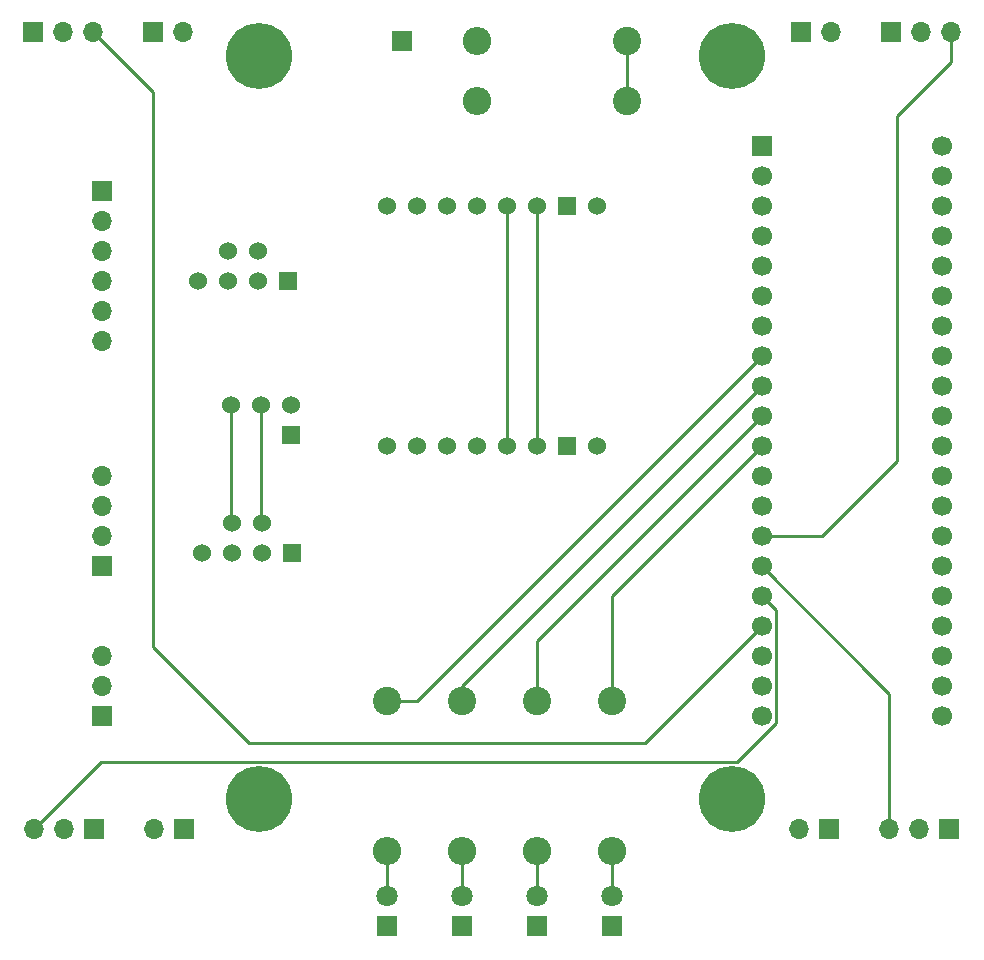
<source format=gbr>
%TF.GenerationSoftware,KiCad,Pcbnew,(5.1.10)-1*%
%TF.CreationDate,2021-12-09T15:29:56+01:00*%
%TF.ProjectId,flight controller,666c6967-6874-4206-936f-6e74726f6c6c,rev?*%
%TF.SameCoordinates,Original*%
%TF.FileFunction,Copper,L1,Top*%
%TF.FilePolarity,Positive*%
%FSLAX46Y46*%
G04 Gerber Fmt 4.6, Leading zero omitted, Abs format (unit mm)*
G04 Created by KiCad (PCBNEW (5.1.10)-1) date 2021-12-09 15:29:56*
%MOMM*%
%LPD*%
G01*
G04 APERTURE LIST*
%TA.AperFunction,ComponentPad*%
%ADD10C,1.524000*%
%TD*%
%TA.AperFunction,ComponentPad*%
%ADD11R,1.524000X1.524000*%
%TD*%
%TA.AperFunction,ComponentPad*%
%ADD12C,5.600000*%
%TD*%
%TA.AperFunction,ComponentPad*%
%ADD13C,1.800000*%
%TD*%
%TA.AperFunction,ComponentPad*%
%ADD14R,1.800000X1.800000*%
%TD*%
%TA.AperFunction,ComponentPad*%
%ADD15O,1.700000X1.700000*%
%TD*%
%TA.AperFunction,ComponentPad*%
%ADD16R,1.700000X1.700000*%
%TD*%
%TA.AperFunction,ComponentPad*%
%ADD17O,2.400000X2.400000*%
%TD*%
%TA.AperFunction,ComponentPad*%
%ADD18C,2.400000*%
%TD*%
%TA.AperFunction,ComponentPad*%
%ADD19C,1.700000*%
%TD*%
%TA.AperFunction,Conductor*%
%ADD20C,0.250000*%
%TD*%
G04 APERTURE END LIST*
D10*
%TO.P,U5,6*%
%TO.N,Net-(U5-Pad6)*%
X131318000Y-86360000D03*
%TO.P,U5,5*%
%TO.N,Net-(U5-Pad5)*%
X128778000Y-86360000D03*
D11*
%TO.P,U5,4*%
%TO.N,Earth*%
X133858000Y-88900000D03*
D10*
%TO.P,U5,3*%
%TO.N,/TX*%
X131318000Y-88900000D03*
%TO.P,U5,2*%
%TO.N,/RX*%
X128778000Y-88900000D03*
%TO.P,U5,1*%
%TO.N,/5V*%
X126238000Y-88900000D03*
%TD*%
%TO.P,U4,6*%
%TO.N,/SDA*%
X131699000Y-109347000D03*
%TO.P,U4,5*%
%TO.N,/SCL*%
X129159000Y-109347000D03*
D11*
%TO.P,U4,4*%
%TO.N,Earth*%
X134239000Y-111887000D03*
D10*
%TO.P,U4,3*%
%TO.N,/TX2*%
X131699000Y-111887000D03*
%TO.P,U4,2*%
%TO.N,/RX2*%
X129159000Y-111887000D03*
%TO.P,U4,1*%
%TO.N,/5V*%
X126619000Y-111887000D03*
%TD*%
D12*
%TO.P,REF\u002A\u002A,1*%
%TO.N,N/C*%
X171450000Y-132715000D03*
%TD*%
%TO.P,REF\u002A\u002A,1*%
%TO.N,N/C*%
X131445000Y-132715000D03*
%TD*%
%TO.P,REF\u002A\u002A,1*%
%TO.N,N/C*%
X171513500Y-69850000D03*
%TD*%
%TO.P,REF\u002A\u002A,1*%
%TO.N,N/C*%
X131445000Y-69850000D03*
%TD*%
D11*
%TO.P,U6,1*%
%TO.N,Earth*%
X134175500Y-101917500D03*
D10*
%TO.P,U6,2*%
%TO.N,/3V3*%
X134175500Y-99377500D03*
%TO.P,U6,3*%
%TO.N,/SDA*%
X131635500Y-99377500D03*
%TO.P,U6,4*%
%TO.N,/SCL*%
X129095500Y-99377500D03*
%TD*%
D13*
%TO.P,D1,2*%
%TO.N,Net-(D1-Pad2)*%
X148590000Y-140970000D03*
D14*
%TO.P,D1,1*%
%TO.N,Earth*%
X148590000Y-143510000D03*
%TD*%
D13*
%TO.P,D2,2*%
%TO.N,Net-(D2-Pad2)*%
X142240000Y-140970000D03*
D14*
%TO.P,D2,1*%
%TO.N,Earth*%
X142240000Y-143510000D03*
%TD*%
D13*
%TO.P,D3,2*%
%TO.N,Net-(D3-Pad2)*%
X154940000Y-140970000D03*
D14*
%TO.P,D3,1*%
%TO.N,Earth*%
X154940000Y-143510000D03*
%TD*%
D13*
%TO.P,D4,2*%
%TO.N,Net-(D4-Pad2)*%
X161290000Y-140970000D03*
D14*
%TO.P,D4,1*%
%TO.N,Earth*%
X161290000Y-143510000D03*
%TD*%
D15*
%TO.P,J1,3*%
%TO.N,/ESC3*%
X112395000Y-135255000D03*
%TO.P,J1,2*%
%TO.N,Net-(J1-Pad2)*%
X114935000Y-135255000D03*
D16*
%TO.P,J1,1*%
%TO.N,Earth*%
X117475000Y-135255000D03*
%TD*%
D15*
%TO.P,J2,3*%
%TO.N,/ESC4*%
X117411500Y-67818000D03*
%TO.P,J2,2*%
%TO.N,Net-(J2-Pad2)*%
X114871500Y-67818000D03*
D16*
%TO.P,J2,1*%
%TO.N,Earth*%
X112331500Y-67818000D03*
%TD*%
D15*
%TO.P,J3,2*%
%TO.N,Net-(J2-Pad2)*%
X125031500Y-67818000D03*
D16*
%TO.P,J3,1*%
%TO.N,Earth*%
X122491500Y-67818000D03*
%TD*%
D15*
%TO.P,J4,2*%
%TO.N,Net-(J1-Pad2)*%
X122555000Y-135255000D03*
D16*
%TO.P,J4,1*%
%TO.N,Earth*%
X125095000Y-135255000D03*
%TD*%
D15*
%TO.P,J5,2*%
%TO.N,/5V*%
X179832000Y-67818000D03*
D16*
%TO.P,J5,1*%
%TO.N,Earth*%
X177292000Y-67818000D03*
%TD*%
D15*
%TO.P,J6,3*%
%TO.N,/ESC1*%
X189992000Y-67818000D03*
%TO.P,J6,2*%
%TO.N,/5V*%
X187452000Y-67818000D03*
D16*
%TO.P,J6,1*%
%TO.N,Earth*%
X184912000Y-67818000D03*
%TD*%
D15*
%TO.P,J7,2*%
%TO.N,Net-(J7-Pad2)*%
X177165000Y-135255000D03*
D16*
%TO.P,J7,1*%
%TO.N,Earth*%
X179705000Y-135255000D03*
%TD*%
D15*
%TO.P,J8,3*%
%TO.N,/ESC2*%
X184785000Y-135255000D03*
%TO.P,J8,2*%
%TO.N,Net-(J7-Pad2)*%
X187325000Y-135255000D03*
D16*
%TO.P,J8,1*%
%TO.N,Earth*%
X189865000Y-135255000D03*
%TD*%
D15*
%TO.P,J9,4*%
%TO.N,/SDA*%
X118110000Y-105410000D03*
%TO.P,J9,3*%
%TO.N,/SCL*%
X118110000Y-107950000D03*
%TO.P,J9,2*%
%TO.N,/5V*%
X118110000Y-110490000D03*
D16*
%TO.P,J9,1*%
%TO.N,Earth*%
X118110000Y-113030000D03*
%TD*%
D15*
%TO.P,J10,3*%
%TO.N,/PPM*%
X118110000Y-120650000D03*
%TO.P,J10,2*%
%TO.N,/5V*%
X118110000Y-123190000D03*
D16*
%TO.P,J10,1*%
%TO.N,Earth*%
X118110000Y-125730000D03*
%TD*%
%TO.P,J11,1*%
%TO.N,Net-(J11-Pad1)*%
X143510000Y-68580000D03*
%TD*%
D17*
%TO.P,R1,2*%
%TO.N,Net-(D1-Pad2)*%
X148590000Y-137160000D03*
D18*
%TO.P,R1,1*%
%TO.N,/RED_LED*%
X148590000Y-124460000D03*
%TD*%
D17*
%TO.P,R2,2*%
%TO.N,Net-(D2-Pad2)*%
X142240000Y-137160000D03*
D18*
%TO.P,R2,1*%
%TO.N,/GREEN_LED*%
X142240000Y-124460000D03*
%TD*%
D17*
%TO.P,R3,2*%
%TO.N,Net-(D3-Pad2)*%
X154940000Y-137160000D03*
D18*
%TO.P,R3,1*%
%TO.N,/YELLOW_LED*%
X154940000Y-124460000D03*
%TD*%
D17*
%TO.P,R4,2*%
%TO.N,Net-(D4-Pad2)*%
X161290000Y-137160000D03*
D18*
%TO.P,R4,1*%
%TO.N,/BLUE_LED*%
X161290000Y-124460000D03*
%TD*%
D17*
%TO.P,R5,2*%
%TO.N,Earth*%
X149860000Y-73660000D03*
D18*
%TO.P,R5,1*%
%TO.N,/VOLTAGE*%
X162560000Y-73660000D03*
%TD*%
D17*
%TO.P,R6,2*%
%TO.N,Net-(J11-Pad1)*%
X149860000Y-68580000D03*
D18*
%TO.P,R6,1*%
%TO.N,/VOLTAGE*%
X162560000Y-68580000D03*
%TD*%
D19*
%TO.P,U1,20*%
%TO.N,/3V3*%
X173990000Y-125730000D03*
%TO.P,U1,21*%
%TO.N,Net-(U1-Pad21)*%
X189230000Y-125730000D03*
%TO.P,U1,19*%
%TO.N,Earth*%
X173990000Y-123190000D03*
%TO.P,U1,22*%
%TO.N,Net-(U1-Pad22)*%
X189230000Y-123190000D03*
%TO.P,U1,18*%
%TO.N,/5V*%
X173990000Y-120650000D03*
%TO.P,U1,23*%
%TO.N,Net-(U1-Pad23)*%
X189230000Y-120650000D03*
%TO.P,U1,17*%
%TO.N,/ESC4*%
X173990000Y-118110000D03*
%TO.P,U1,24*%
%TO.N,Net-(U1-Pad24)*%
X189230000Y-118110000D03*
%TO.P,U1,16*%
%TO.N,/ESC3*%
X173990000Y-115570000D03*
%TO.P,U1,25*%
%TO.N,/PPM*%
X189230000Y-115570000D03*
%TO.P,U1,15*%
%TO.N,/ESC2*%
X173990000Y-113030000D03*
%TO.P,U1,26*%
%TO.N,Net-(U1-Pad26)*%
X189230000Y-113030000D03*
%TO.P,U1,14*%
%TO.N,/ESC1*%
X173990000Y-110490000D03*
%TO.P,U1,27*%
%TO.N,/RX2*%
X189230000Y-110490000D03*
%TO.P,U1,13*%
%TO.N,Net-(U1-Pad13)*%
X173990000Y-107950000D03*
%TO.P,U1,28*%
%TO.N,/TX2*%
X189230000Y-107950000D03*
%TO.P,U1,12*%
%TO.N,Net-(U1-Pad12)*%
X173990000Y-105410000D03*
%TO.P,U1,29*%
%TO.N,/VOLTAGE*%
X189230000Y-105410000D03*
%TO.P,U1,11*%
%TO.N,/BLUE_LED*%
X173990000Y-102870000D03*
%TO.P,U1,30*%
%TO.N,Net-(U1-Pad30)*%
X189230000Y-102870000D03*
%TO.P,U1,10*%
%TO.N,/YELLOW_LED*%
X173990000Y-100330000D03*
%TO.P,U1,31*%
%TO.N,Net-(U1-Pad31)*%
X189230000Y-100330000D03*
%TO.P,U1,9*%
%TO.N,/RED_LED*%
X173990000Y-97790000D03*
%TO.P,U1,32*%
%TO.N,Net-(U1-Pad32)*%
X189230000Y-97790000D03*
%TO.P,U1,8*%
%TO.N,/GREEN_LED*%
X173990000Y-95250000D03*
%TO.P,U1,33*%
%TO.N,Net-(U1-Pad33)*%
X189230000Y-95250000D03*
%TO.P,U1,7*%
%TO.N,/TX*%
X173990000Y-92710000D03*
%TO.P,U1,34*%
%TO.N,Net-(U1-Pad34)*%
X189230000Y-92710000D03*
%TO.P,U1,6*%
%TO.N,/RX*%
X173990000Y-90170000D03*
%TO.P,U1,35*%
%TO.N,/SCL*%
X189230000Y-90170000D03*
%TO.P,U1,5*%
%TO.N,Net-(U1-Pad5)*%
X173990000Y-87630000D03*
%TO.P,U1,36*%
%TO.N,/SDA*%
X189230000Y-87630000D03*
%TO.P,U1,4*%
%TO.N,Net-(U1-Pad4)*%
X173990000Y-85090000D03*
%TO.P,U1,37*%
%TO.N,Net-(U1-Pad37)*%
X189230000Y-85090000D03*
%TO.P,U1,3*%
%TO.N,Net-(U1-Pad3)*%
X173990000Y-82550000D03*
%TO.P,U1,38*%
%TO.N,Net-(U1-Pad38)*%
X189230000Y-82550000D03*
%TO.P,U1,2*%
%TO.N,Net-(U1-Pad2)*%
X173990000Y-80010000D03*
%TO.P,U1,39*%
%TO.N,Earth*%
X189230000Y-80010000D03*
D16*
%TO.P,U1,1*%
%TO.N,Net-(U1-Pad1)*%
X173990000Y-77470000D03*
D19*
%TO.P,U1,40*%
%TO.N,Earth*%
X189230000Y-77470000D03*
%TD*%
D10*
%TO.P,U2,1*%
%TO.N,/5V*%
X160020000Y-82550000D03*
D11*
%TO.P,U2,2*%
%TO.N,Earth*%
X157480000Y-82550000D03*
D10*
%TO.P,U2,3*%
%TO.N,/SCL*%
X154940000Y-82550000D03*
%TO.P,U2,8*%
%TO.N,Net-(U2-Pad8)*%
X142240000Y-82550000D03*
%TO.P,U2,7*%
%TO.N,Net-(U2-Pad7)*%
X144780000Y-82550000D03*
%TO.P,U2,6*%
%TO.N,Net-(U2-Pad6)*%
X147320000Y-82550000D03*
%TO.P,U2,5*%
%TO.N,Net-(U2-Pad5)*%
X149860000Y-82550000D03*
%TO.P,U2,4*%
%TO.N,/SDA*%
X152400000Y-82550000D03*
%TD*%
D15*
%TO.P,U3,6*%
%TO.N,Net-(U3-Pad6)*%
X118110000Y-93980000D03*
%TO.P,U3,5*%
%TO.N,/RX*%
X118110000Y-91440000D03*
%TO.P,U3,4*%
%TO.N,/TX*%
X118110000Y-88900000D03*
%TO.P,U3,3*%
%TO.N,/5V*%
X118110000Y-86360000D03*
%TO.P,U3,2*%
%TO.N,Net-(U3-Pad2)*%
X118110000Y-83820000D03*
D16*
%TO.P,U3,1*%
%TO.N,Earth*%
X118110000Y-81280000D03*
%TD*%
D10*
%TO.P,U7,1*%
%TO.N,/5V*%
X160020000Y-102870000D03*
D11*
%TO.P,U7,2*%
%TO.N,Earth*%
X157480000Y-102870000D03*
D10*
%TO.P,U7,3*%
%TO.N,/SCL*%
X154940000Y-102870000D03*
%TO.P,U7,8*%
%TO.N,Net-(U7-Pad8)*%
X142240000Y-102870000D03*
%TO.P,U7,7*%
%TO.N,/3V3*%
X144780000Y-102870000D03*
%TO.P,U7,6*%
%TO.N,Net-(U7-Pad6)*%
X147320000Y-102870000D03*
%TO.P,U7,5*%
%TO.N,Net-(U7-Pad5)*%
X149860000Y-102870000D03*
%TO.P,U7,4*%
%TO.N,/SDA*%
X152400000Y-102870000D03*
%TD*%
D20*
%TO.N,Net-(D1-Pad2)*%
X148590000Y-141351000D02*
X148590000Y-140970000D01*
X148590000Y-137160000D02*
X148590000Y-140970000D01*
%TO.N,Net-(D2-Pad2)*%
X142240000Y-137160000D02*
X142240000Y-140970000D01*
%TO.N,Net-(D3-Pad2)*%
X154940000Y-137160000D02*
X154940000Y-140970000D01*
%TO.N,Net-(D4-Pad2)*%
X161290000Y-137160000D02*
X161290000Y-140970000D01*
%TO.N,/ESC3*%
X118060001Y-129589999D02*
X112395000Y-135255000D01*
X171869003Y-129589999D02*
X118060001Y-129589999D01*
X175165001Y-126294001D02*
X171869003Y-129589999D01*
X175165001Y-116745001D02*
X175165001Y-126294001D01*
X173990000Y-115570000D02*
X175165001Y-116745001D01*
%TO.N,/ESC4*%
X173990000Y-118110000D02*
X164084000Y-128016000D01*
X164084000Y-128016000D02*
X130556000Y-128016000D01*
X130556000Y-128016000D02*
X122428000Y-119888000D01*
X122428000Y-72834500D02*
X117411500Y-67818000D01*
X122428000Y-119888000D02*
X122428000Y-72834500D01*
%TO.N,/ESC1*%
X173990000Y-110490000D02*
X179070000Y-110490000D01*
X185420000Y-104140000D02*
X185420000Y-74930000D01*
X179070000Y-110490000D02*
X185420000Y-104140000D01*
X189992000Y-67818000D02*
X189992000Y-70358000D01*
X189992000Y-70358000D02*
X185420000Y-74930000D01*
%TO.N,/ESC2*%
X184785000Y-123825000D02*
X183832500Y-122872500D01*
X184785000Y-135255000D02*
X184785000Y-123825000D01*
X183832500Y-122872500D02*
X173990000Y-113030000D01*
X184150000Y-123190000D02*
X183832500Y-122872500D01*
%TO.N,/SDA*%
X152400000Y-82550000D02*
X152400000Y-102870000D01*
X131635500Y-109283500D02*
X131699000Y-109347000D01*
X131635500Y-99377500D02*
X131635500Y-109283500D01*
%TO.N,/SCL*%
X154940000Y-102870000D02*
X154940000Y-82550000D01*
X129095500Y-109283500D02*
X129159000Y-109347000D01*
X129095500Y-99377500D02*
X129095500Y-109283500D01*
%TO.N,/RED_LED*%
X148590000Y-124460000D02*
X148590000Y-123190000D01*
X148590000Y-123190000D02*
X173990000Y-97790000D01*
%TO.N,/GREEN_LED*%
X144780000Y-124460000D02*
X173990000Y-95250000D01*
X142240000Y-124460000D02*
X144780000Y-124460000D01*
%TO.N,/YELLOW_LED*%
X154940000Y-124460000D02*
X154940000Y-119380000D01*
X154940000Y-119380000D02*
X173990000Y-100330000D01*
%TO.N,/BLUE_LED*%
X161290000Y-115570000D02*
X173990000Y-102870000D01*
X161290000Y-124460000D02*
X161290000Y-115570000D01*
%TO.N,/VOLTAGE*%
X162560000Y-73660000D02*
X162560000Y-68580000D01*
%TD*%
M02*

</source>
